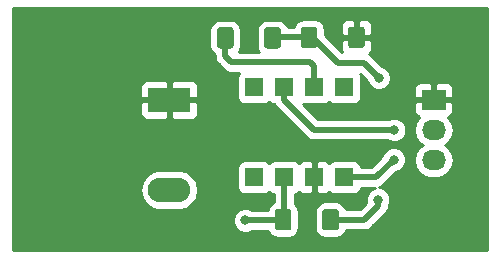
<source format=gtl>
%TF.GenerationSoftware,KiCad,Pcbnew,(5.0.0)*%
%TF.CreationDate,2018-10-04T12:31:17-06:00*%
%TF.ProjectId,Ejemplo,456A656D706C6F2E6B696361645F7063,1.0*%
%TF.SameCoordinates,Original*%
%TF.FileFunction,Copper,L1,Top,Signal*%
%TF.FilePolarity,Positive*%
%FSLAX46Y46*%
G04 Gerber Fmt 4.6, Leading zero omitted, Abs format (unit mm)*
G04 Created by KiCad (PCBNEW (5.0.0)) date 10/04/18 12:31:17*
%MOMM*%
%LPD*%
G01*
G04 APERTURE LIST*
%ADD10R,3.600000X2.100000*%
%ADD11O,3.600000X2.100000*%
%ADD12R,2.030000X1.730000*%
%ADD13O,2.030000X1.730000*%
%ADD14C,0.100000*%
%ADD15C,1.400000*%
%ADD16R,1.600000X1.600000*%
%ADD17C,0.800000*%
%ADD18C,0.500000*%
%ADD19C,0.254000*%
G04 APERTURE END LIST*
D10*
X116900000Y-92150000D03*
D11*
X116900000Y-99770000D03*
D12*
X139300000Y-92150000D03*
D13*
X139300000Y-94690000D03*
X139300000Y-97230000D03*
D14*
G36*
X131024505Y-101401204D02*
X131048773Y-101404804D01*
X131072572Y-101410765D01*
X131095671Y-101419030D01*
X131117850Y-101429520D01*
X131138893Y-101442132D01*
X131158599Y-101456747D01*
X131176777Y-101473223D01*
X131193253Y-101491401D01*
X131207868Y-101511107D01*
X131220480Y-101532150D01*
X131230970Y-101554329D01*
X131239235Y-101577428D01*
X131245196Y-101601227D01*
X131248796Y-101625495D01*
X131250000Y-101649999D01*
X131250000Y-102950001D01*
X131248796Y-102974505D01*
X131245196Y-102998773D01*
X131239235Y-103022572D01*
X131230970Y-103045671D01*
X131220480Y-103067850D01*
X131207868Y-103088893D01*
X131193253Y-103108599D01*
X131176777Y-103126777D01*
X131158599Y-103143253D01*
X131138893Y-103157868D01*
X131117850Y-103170480D01*
X131095671Y-103180970D01*
X131072572Y-103189235D01*
X131048773Y-103195196D01*
X131024505Y-103198796D01*
X131000001Y-103200000D01*
X130099999Y-103200000D01*
X130075495Y-103198796D01*
X130051227Y-103195196D01*
X130027428Y-103189235D01*
X130004329Y-103180970D01*
X129982150Y-103170480D01*
X129961107Y-103157868D01*
X129941401Y-103143253D01*
X129923223Y-103126777D01*
X129906747Y-103108599D01*
X129892132Y-103088893D01*
X129879520Y-103067850D01*
X129869030Y-103045671D01*
X129860765Y-103022572D01*
X129854804Y-102998773D01*
X129851204Y-102974505D01*
X129850000Y-102950001D01*
X129850000Y-101649999D01*
X129851204Y-101625495D01*
X129854804Y-101601227D01*
X129860765Y-101577428D01*
X129869030Y-101554329D01*
X129879520Y-101532150D01*
X129892132Y-101511107D01*
X129906747Y-101491401D01*
X129923223Y-101473223D01*
X129941401Y-101456747D01*
X129961107Y-101442132D01*
X129982150Y-101429520D01*
X130004329Y-101419030D01*
X130027428Y-101410765D01*
X130051227Y-101404804D01*
X130075495Y-101401204D01*
X130099999Y-101400000D01*
X131000001Y-101400000D01*
X131024505Y-101401204D01*
X131024505Y-101401204D01*
G37*
D15*
X130550000Y-102300000D03*
D14*
G36*
X127024505Y-101401204D02*
X127048773Y-101404804D01*
X127072572Y-101410765D01*
X127095671Y-101419030D01*
X127117850Y-101429520D01*
X127138893Y-101442132D01*
X127158599Y-101456747D01*
X127176777Y-101473223D01*
X127193253Y-101491401D01*
X127207868Y-101511107D01*
X127220480Y-101532150D01*
X127230970Y-101554329D01*
X127239235Y-101577428D01*
X127245196Y-101601227D01*
X127248796Y-101625495D01*
X127250000Y-101649999D01*
X127250000Y-102950001D01*
X127248796Y-102974505D01*
X127245196Y-102998773D01*
X127239235Y-103022572D01*
X127230970Y-103045671D01*
X127220480Y-103067850D01*
X127207868Y-103088893D01*
X127193253Y-103108599D01*
X127176777Y-103126777D01*
X127158599Y-103143253D01*
X127138893Y-103157868D01*
X127117850Y-103170480D01*
X127095671Y-103180970D01*
X127072572Y-103189235D01*
X127048773Y-103195196D01*
X127024505Y-103198796D01*
X127000001Y-103200000D01*
X126099999Y-103200000D01*
X126075495Y-103198796D01*
X126051227Y-103195196D01*
X126027428Y-103189235D01*
X126004329Y-103180970D01*
X125982150Y-103170480D01*
X125961107Y-103157868D01*
X125941401Y-103143253D01*
X125923223Y-103126777D01*
X125906747Y-103108599D01*
X125892132Y-103088893D01*
X125879520Y-103067850D01*
X125869030Y-103045671D01*
X125860765Y-103022572D01*
X125854804Y-102998773D01*
X125851204Y-102974505D01*
X125850000Y-102950001D01*
X125850000Y-101649999D01*
X125851204Y-101625495D01*
X125854804Y-101601227D01*
X125860765Y-101577428D01*
X125869030Y-101554329D01*
X125879520Y-101532150D01*
X125892132Y-101511107D01*
X125906747Y-101491401D01*
X125923223Y-101473223D01*
X125941401Y-101456747D01*
X125961107Y-101442132D01*
X125982150Y-101429520D01*
X126004329Y-101419030D01*
X126027428Y-101410765D01*
X126051227Y-101404804D01*
X126075495Y-101401204D01*
X126099999Y-101400000D01*
X127000001Y-101400000D01*
X127024505Y-101401204D01*
X127024505Y-101401204D01*
G37*
D15*
X126550000Y-102300000D03*
D14*
G36*
X122124505Y-86001204D02*
X122148773Y-86004804D01*
X122172572Y-86010765D01*
X122195671Y-86019030D01*
X122217850Y-86029520D01*
X122238893Y-86042132D01*
X122258599Y-86056747D01*
X122276777Y-86073223D01*
X122293253Y-86091401D01*
X122307868Y-86111107D01*
X122320480Y-86132150D01*
X122330970Y-86154329D01*
X122339235Y-86177428D01*
X122345196Y-86201227D01*
X122348796Y-86225495D01*
X122350000Y-86249999D01*
X122350000Y-87550001D01*
X122348796Y-87574505D01*
X122345196Y-87598773D01*
X122339235Y-87622572D01*
X122330970Y-87645671D01*
X122320480Y-87667850D01*
X122307868Y-87688893D01*
X122293253Y-87708599D01*
X122276777Y-87726777D01*
X122258599Y-87743253D01*
X122238893Y-87757868D01*
X122217850Y-87770480D01*
X122195671Y-87780970D01*
X122172572Y-87789235D01*
X122148773Y-87795196D01*
X122124505Y-87798796D01*
X122100001Y-87800000D01*
X121199999Y-87800000D01*
X121175495Y-87798796D01*
X121151227Y-87795196D01*
X121127428Y-87789235D01*
X121104329Y-87780970D01*
X121082150Y-87770480D01*
X121061107Y-87757868D01*
X121041401Y-87743253D01*
X121023223Y-87726777D01*
X121006747Y-87708599D01*
X120992132Y-87688893D01*
X120979520Y-87667850D01*
X120969030Y-87645671D01*
X120960765Y-87622572D01*
X120954804Y-87598773D01*
X120951204Y-87574505D01*
X120950000Y-87550001D01*
X120950000Y-86249999D01*
X120951204Y-86225495D01*
X120954804Y-86201227D01*
X120960765Y-86177428D01*
X120969030Y-86154329D01*
X120979520Y-86132150D01*
X120992132Y-86111107D01*
X121006747Y-86091401D01*
X121023223Y-86073223D01*
X121041401Y-86056747D01*
X121061107Y-86042132D01*
X121082150Y-86029520D01*
X121104329Y-86019030D01*
X121127428Y-86010765D01*
X121151227Y-86004804D01*
X121175495Y-86001204D01*
X121199999Y-86000000D01*
X122100001Y-86000000D01*
X122124505Y-86001204D01*
X122124505Y-86001204D01*
G37*
D15*
X121650000Y-86900000D03*
D14*
G36*
X126124505Y-86001204D02*
X126148773Y-86004804D01*
X126172572Y-86010765D01*
X126195671Y-86019030D01*
X126217850Y-86029520D01*
X126238893Y-86042132D01*
X126258599Y-86056747D01*
X126276777Y-86073223D01*
X126293253Y-86091401D01*
X126307868Y-86111107D01*
X126320480Y-86132150D01*
X126330970Y-86154329D01*
X126339235Y-86177428D01*
X126345196Y-86201227D01*
X126348796Y-86225495D01*
X126350000Y-86249999D01*
X126350000Y-87550001D01*
X126348796Y-87574505D01*
X126345196Y-87598773D01*
X126339235Y-87622572D01*
X126330970Y-87645671D01*
X126320480Y-87667850D01*
X126307868Y-87688893D01*
X126293253Y-87708599D01*
X126276777Y-87726777D01*
X126258599Y-87743253D01*
X126238893Y-87757868D01*
X126217850Y-87770480D01*
X126195671Y-87780970D01*
X126172572Y-87789235D01*
X126148773Y-87795196D01*
X126124505Y-87798796D01*
X126100001Y-87800000D01*
X125199999Y-87800000D01*
X125175495Y-87798796D01*
X125151227Y-87795196D01*
X125127428Y-87789235D01*
X125104329Y-87780970D01*
X125082150Y-87770480D01*
X125061107Y-87757868D01*
X125041401Y-87743253D01*
X125023223Y-87726777D01*
X125006747Y-87708599D01*
X124992132Y-87688893D01*
X124979520Y-87667850D01*
X124969030Y-87645671D01*
X124960765Y-87622572D01*
X124954804Y-87598773D01*
X124951204Y-87574505D01*
X124950000Y-87550001D01*
X124950000Y-86249999D01*
X124951204Y-86225495D01*
X124954804Y-86201227D01*
X124960765Y-86177428D01*
X124969030Y-86154329D01*
X124979520Y-86132150D01*
X124992132Y-86111107D01*
X125006747Y-86091401D01*
X125023223Y-86073223D01*
X125041401Y-86056747D01*
X125061107Y-86042132D01*
X125082150Y-86029520D01*
X125104329Y-86019030D01*
X125127428Y-86010765D01*
X125151227Y-86004804D01*
X125175495Y-86001204D01*
X125199999Y-86000000D01*
X126100001Y-86000000D01*
X126124505Y-86001204D01*
X126124505Y-86001204D01*
G37*
D15*
X125650000Y-86900000D03*
D14*
G36*
X133224505Y-85951204D02*
X133248773Y-85954804D01*
X133272572Y-85960765D01*
X133295671Y-85969030D01*
X133317850Y-85979520D01*
X133338893Y-85992132D01*
X133358599Y-86006747D01*
X133376777Y-86023223D01*
X133393253Y-86041401D01*
X133407868Y-86061107D01*
X133420480Y-86082150D01*
X133430970Y-86104329D01*
X133439235Y-86127428D01*
X133445196Y-86151227D01*
X133448796Y-86175495D01*
X133450000Y-86199999D01*
X133450000Y-87500001D01*
X133448796Y-87524505D01*
X133445196Y-87548773D01*
X133439235Y-87572572D01*
X133430970Y-87595671D01*
X133420480Y-87617850D01*
X133407868Y-87638893D01*
X133393253Y-87658599D01*
X133376777Y-87676777D01*
X133358599Y-87693253D01*
X133338893Y-87707868D01*
X133317850Y-87720480D01*
X133295671Y-87730970D01*
X133272572Y-87739235D01*
X133248773Y-87745196D01*
X133224505Y-87748796D01*
X133200001Y-87750000D01*
X132299999Y-87750000D01*
X132275495Y-87748796D01*
X132251227Y-87745196D01*
X132227428Y-87739235D01*
X132204329Y-87730970D01*
X132182150Y-87720480D01*
X132161107Y-87707868D01*
X132141401Y-87693253D01*
X132123223Y-87676777D01*
X132106747Y-87658599D01*
X132092132Y-87638893D01*
X132079520Y-87617850D01*
X132069030Y-87595671D01*
X132060765Y-87572572D01*
X132054804Y-87548773D01*
X132051204Y-87524505D01*
X132050000Y-87500001D01*
X132050000Y-86199999D01*
X132051204Y-86175495D01*
X132054804Y-86151227D01*
X132060765Y-86127428D01*
X132069030Y-86104329D01*
X132079520Y-86082150D01*
X132092132Y-86061107D01*
X132106747Y-86041401D01*
X132123223Y-86023223D01*
X132141401Y-86006747D01*
X132161107Y-85992132D01*
X132182150Y-85979520D01*
X132204329Y-85969030D01*
X132227428Y-85960765D01*
X132251227Y-85954804D01*
X132275495Y-85951204D01*
X132299999Y-85950000D01*
X133200001Y-85950000D01*
X133224505Y-85951204D01*
X133224505Y-85951204D01*
G37*
D15*
X132750000Y-86850000D03*
D14*
G36*
X129224505Y-85951204D02*
X129248773Y-85954804D01*
X129272572Y-85960765D01*
X129295671Y-85969030D01*
X129317850Y-85979520D01*
X129338893Y-85992132D01*
X129358599Y-86006747D01*
X129376777Y-86023223D01*
X129393253Y-86041401D01*
X129407868Y-86061107D01*
X129420480Y-86082150D01*
X129430970Y-86104329D01*
X129439235Y-86127428D01*
X129445196Y-86151227D01*
X129448796Y-86175495D01*
X129450000Y-86199999D01*
X129450000Y-87500001D01*
X129448796Y-87524505D01*
X129445196Y-87548773D01*
X129439235Y-87572572D01*
X129430970Y-87595671D01*
X129420480Y-87617850D01*
X129407868Y-87638893D01*
X129393253Y-87658599D01*
X129376777Y-87676777D01*
X129358599Y-87693253D01*
X129338893Y-87707868D01*
X129317850Y-87720480D01*
X129295671Y-87730970D01*
X129272572Y-87739235D01*
X129248773Y-87745196D01*
X129224505Y-87748796D01*
X129200001Y-87750000D01*
X128299999Y-87750000D01*
X128275495Y-87748796D01*
X128251227Y-87745196D01*
X128227428Y-87739235D01*
X128204329Y-87730970D01*
X128182150Y-87720480D01*
X128161107Y-87707868D01*
X128141401Y-87693253D01*
X128123223Y-87676777D01*
X128106747Y-87658599D01*
X128092132Y-87638893D01*
X128079520Y-87617850D01*
X128069030Y-87595671D01*
X128060765Y-87572572D01*
X128054804Y-87548773D01*
X128051204Y-87524505D01*
X128050000Y-87500001D01*
X128050000Y-86199999D01*
X128051204Y-86175495D01*
X128054804Y-86151227D01*
X128060765Y-86127428D01*
X128069030Y-86104329D01*
X128079520Y-86082150D01*
X128092132Y-86061107D01*
X128106747Y-86041401D01*
X128123223Y-86023223D01*
X128141401Y-86006747D01*
X128161107Y-85992132D01*
X128182150Y-85979520D01*
X128204329Y-85969030D01*
X128227428Y-85960765D01*
X128251227Y-85954804D01*
X128275495Y-85951204D01*
X128299999Y-85950000D01*
X129200001Y-85950000D01*
X129224505Y-85951204D01*
X129224505Y-85951204D01*
G37*
D15*
X128750000Y-86850000D03*
D16*
X124090000Y-98710000D03*
X131710000Y-91090000D03*
X126630000Y-98710000D03*
X129170000Y-91090000D03*
X129170000Y-98710000D03*
X126630000Y-91090000D03*
X131710000Y-98710000D03*
X124090000Y-91090000D03*
D17*
X123350000Y-102350000D03*
X135950000Y-94700000D03*
X135900000Y-97200000D03*
X134600000Y-100600000D03*
X134650000Y-90300000D03*
D18*
X126630000Y-102220000D02*
X126550000Y-102300000D01*
X126630000Y-98710000D02*
X126630000Y-102220000D01*
X126500000Y-102350000D02*
X126550000Y-102300000D01*
X123350000Y-102350000D02*
X126500000Y-102350000D01*
X126630000Y-91090000D02*
X126630000Y-92180000D01*
X126630000Y-92180000D02*
X129140000Y-94690000D01*
X135940000Y-94690000D02*
X129140000Y-94690000D01*
X135950000Y-94700000D02*
X135940000Y-94690000D01*
X134390000Y-98710000D02*
X131710000Y-98710000D01*
X135900000Y-97200000D02*
X134390000Y-98710000D01*
X125700000Y-86850000D02*
X125650000Y-86900000D01*
X128750000Y-86850000D02*
X125700000Y-86850000D01*
X130550000Y-102300000D02*
X133400000Y-102300000D01*
X133400000Y-102300000D02*
X134600000Y-101100000D01*
X134600000Y-101100000D02*
X134600000Y-100600000D01*
X134650000Y-90300000D02*
X133350000Y-89000000D01*
X133350000Y-89000000D02*
X131150000Y-89000000D01*
X129000000Y-86850000D02*
X128750000Y-86850000D01*
X131150000Y-89000000D02*
X129000000Y-86850000D01*
X129170000Y-91090000D02*
X129170000Y-90220000D01*
X129170000Y-91090000D02*
X129170000Y-89270000D01*
X129170000Y-89270000D02*
X128850000Y-88950000D01*
X128850000Y-88950000D02*
X122150000Y-88950000D01*
X121650000Y-88450000D02*
X121650000Y-86900000D01*
X122150000Y-88950000D02*
X121650000Y-88450000D01*
D19*
G36*
X143840000Y-104890000D02*
X103710000Y-104890000D01*
X103710000Y-102144126D01*
X122315000Y-102144126D01*
X122315000Y-102555874D01*
X122472569Y-102936280D01*
X122763720Y-103227431D01*
X123144126Y-103385000D01*
X123555874Y-103385000D01*
X123918007Y-103235000D01*
X125259249Y-103235000D01*
X125270873Y-103293436D01*
X125465414Y-103584586D01*
X125756564Y-103779127D01*
X126099999Y-103847440D01*
X127000001Y-103847440D01*
X127343436Y-103779127D01*
X127634586Y-103584586D01*
X127829127Y-103293436D01*
X127897440Y-102950001D01*
X127897440Y-101649999D01*
X129202560Y-101649999D01*
X129202560Y-102950001D01*
X129270873Y-103293436D01*
X129465414Y-103584586D01*
X129756564Y-103779127D01*
X130099999Y-103847440D01*
X131000001Y-103847440D01*
X131343436Y-103779127D01*
X131634586Y-103584586D01*
X131829127Y-103293436D01*
X131850696Y-103185000D01*
X133312839Y-103185000D01*
X133400000Y-103202337D01*
X133487161Y-103185000D01*
X133487165Y-103185000D01*
X133745310Y-103133652D01*
X134038049Y-102938049D01*
X134087425Y-102864153D01*
X135164156Y-101787423D01*
X135238049Y-101738049D01*
X135288897Y-101661951D01*
X135433651Y-101445311D01*
X135433652Y-101445310D01*
X135485000Y-101187165D01*
X135485000Y-101187161D01*
X135492330Y-101150311D01*
X135635000Y-100805874D01*
X135635000Y-100394126D01*
X135477431Y-100013720D01*
X135186280Y-99722569D01*
X134805874Y-99565000D01*
X134627986Y-99565000D01*
X134735310Y-99543652D01*
X135028049Y-99348049D01*
X135077425Y-99274153D01*
X136124148Y-98227431D01*
X136486280Y-98077431D01*
X136777431Y-97786280D01*
X136935000Y-97405874D01*
X136935000Y-96994126D01*
X136777431Y-96613720D01*
X136486280Y-96322569D01*
X136105874Y-96165000D01*
X135694126Y-96165000D01*
X135313720Y-96322569D01*
X135022569Y-96613720D01*
X134872569Y-96975852D01*
X134023422Y-97825000D01*
X133140533Y-97825000D01*
X133108157Y-97662235D01*
X132967809Y-97452191D01*
X132757765Y-97311843D01*
X132510000Y-97262560D01*
X130910000Y-97262560D01*
X130662235Y-97311843D01*
X130452191Y-97452191D01*
X130435378Y-97477353D01*
X130329699Y-97371673D01*
X130096310Y-97275000D01*
X129455750Y-97275000D01*
X129297000Y-97433750D01*
X129297000Y-98583000D01*
X129317000Y-98583000D01*
X129317000Y-98837000D01*
X129297000Y-98837000D01*
X129297000Y-99986250D01*
X129455750Y-100145000D01*
X130096310Y-100145000D01*
X130329699Y-100048327D01*
X130435378Y-99942647D01*
X130452191Y-99967809D01*
X130662235Y-100108157D01*
X130910000Y-100157440D01*
X132510000Y-100157440D01*
X132757765Y-100108157D01*
X132967809Y-99967809D01*
X133108157Y-99757765D01*
X133140533Y-99595000D01*
X134302839Y-99595000D01*
X134315581Y-99597534D01*
X134013720Y-99722569D01*
X133722569Y-100013720D01*
X133565000Y-100394126D01*
X133565000Y-100805874D01*
X133587713Y-100860708D01*
X133033422Y-101415000D01*
X131850696Y-101415000D01*
X131829127Y-101306564D01*
X131634586Y-101015414D01*
X131343436Y-100820873D01*
X131000001Y-100752560D01*
X130099999Y-100752560D01*
X129756564Y-100820873D01*
X129465414Y-101015414D01*
X129270873Y-101306564D01*
X129202560Y-101649999D01*
X127897440Y-101649999D01*
X127829127Y-101306564D01*
X127634586Y-101015414D01*
X127515000Y-100935509D01*
X127515000Y-100140533D01*
X127677765Y-100108157D01*
X127887809Y-99967809D01*
X127904622Y-99942647D01*
X128010301Y-100048327D01*
X128243690Y-100145000D01*
X128884250Y-100145000D01*
X129043000Y-99986250D01*
X129043000Y-98837000D01*
X129023000Y-98837000D01*
X129023000Y-98583000D01*
X129043000Y-98583000D01*
X129043000Y-97433750D01*
X128884250Y-97275000D01*
X128243690Y-97275000D01*
X128010301Y-97371673D01*
X127904622Y-97477353D01*
X127887809Y-97452191D01*
X127677765Y-97311843D01*
X127430000Y-97262560D01*
X125830000Y-97262560D01*
X125582235Y-97311843D01*
X125372191Y-97452191D01*
X125360000Y-97470436D01*
X125347809Y-97452191D01*
X125137765Y-97311843D01*
X124890000Y-97262560D01*
X123290000Y-97262560D01*
X123042235Y-97311843D01*
X122832191Y-97452191D01*
X122691843Y-97662235D01*
X122642560Y-97910000D01*
X122642560Y-99510000D01*
X122691843Y-99757765D01*
X122832191Y-99967809D01*
X123042235Y-100108157D01*
X123290000Y-100157440D01*
X124890000Y-100157440D01*
X125137765Y-100108157D01*
X125347809Y-99967809D01*
X125360000Y-99949564D01*
X125372191Y-99967809D01*
X125582235Y-100108157D01*
X125745000Y-100140533D01*
X125745001Y-100828599D01*
X125465414Y-101015414D01*
X125270873Y-101306564D01*
X125239358Y-101465000D01*
X123918007Y-101465000D01*
X123555874Y-101315000D01*
X123144126Y-101315000D01*
X122763720Y-101472569D01*
X122472569Y-101763720D01*
X122315000Y-102144126D01*
X103710000Y-102144126D01*
X103710000Y-99770000D01*
X114431989Y-99770000D01*
X114562765Y-100427454D01*
X114935183Y-100984817D01*
X115492546Y-101357235D01*
X115984043Y-101455000D01*
X117815957Y-101455000D01*
X118307454Y-101357235D01*
X118864817Y-100984817D01*
X119237235Y-100427454D01*
X119368011Y-99770000D01*
X119237235Y-99112546D01*
X118864817Y-98555183D01*
X118307454Y-98182765D01*
X117815957Y-98085000D01*
X115984043Y-98085000D01*
X115492546Y-98182765D01*
X114935183Y-98555183D01*
X114562765Y-99112546D01*
X114431989Y-99770000D01*
X103710000Y-99770000D01*
X103710000Y-92435750D01*
X114465000Y-92435750D01*
X114465000Y-93326309D01*
X114561673Y-93559698D01*
X114740301Y-93738327D01*
X114973690Y-93835000D01*
X116614250Y-93835000D01*
X116773000Y-93676250D01*
X116773000Y-92277000D01*
X117027000Y-92277000D01*
X117027000Y-93676250D01*
X117185750Y-93835000D01*
X118826310Y-93835000D01*
X119059699Y-93738327D01*
X119238327Y-93559698D01*
X119335000Y-93326309D01*
X119335000Y-92435750D01*
X119176250Y-92277000D01*
X117027000Y-92277000D01*
X116773000Y-92277000D01*
X114623750Y-92277000D01*
X114465000Y-92435750D01*
X103710000Y-92435750D01*
X103710000Y-90973691D01*
X114465000Y-90973691D01*
X114465000Y-91864250D01*
X114623750Y-92023000D01*
X116773000Y-92023000D01*
X116773000Y-90623750D01*
X117027000Y-90623750D01*
X117027000Y-92023000D01*
X119176250Y-92023000D01*
X119335000Y-91864250D01*
X119335000Y-90973691D01*
X119238327Y-90740302D01*
X119059699Y-90561673D01*
X118826310Y-90465000D01*
X117185750Y-90465000D01*
X117027000Y-90623750D01*
X116773000Y-90623750D01*
X116614250Y-90465000D01*
X114973690Y-90465000D01*
X114740301Y-90561673D01*
X114561673Y-90740302D01*
X114465000Y-90973691D01*
X103710000Y-90973691D01*
X103710000Y-86249999D01*
X120302560Y-86249999D01*
X120302560Y-87550001D01*
X120370873Y-87893436D01*
X120565414Y-88184586D01*
X120765000Y-88317946D01*
X120765000Y-88362839D01*
X120747663Y-88450000D01*
X120765000Y-88537161D01*
X120765000Y-88537164D01*
X120816348Y-88795309D01*
X121011951Y-89088049D01*
X121085847Y-89137425D01*
X121462575Y-89514153D01*
X121511951Y-89588049D01*
X121804690Y-89783652D01*
X122062835Y-89835000D01*
X122062839Y-89835000D01*
X122150000Y-89852337D01*
X122237161Y-89835000D01*
X122830314Y-89835000D01*
X122691843Y-90042235D01*
X122642560Y-90290000D01*
X122642560Y-91890000D01*
X122691843Y-92137765D01*
X122832191Y-92347809D01*
X123042235Y-92488157D01*
X123290000Y-92537440D01*
X124890000Y-92537440D01*
X125137765Y-92488157D01*
X125347809Y-92347809D01*
X125360000Y-92329564D01*
X125372191Y-92347809D01*
X125582235Y-92488157D01*
X125800538Y-92531580D01*
X125942576Y-92744154D01*
X125942578Y-92744156D01*
X125991952Y-92818049D01*
X126065845Y-92867423D01*
X128452577Y-95254156D01*
X128501951Y-95328049D01*
X128575844Y-95377423D01*
X128575845Y-95377424D01*
X128590811Y-95387424D01*
X128794690Y-95523652D01*
X129052835Y-95575000D01*
X129052840Y-95575000D01*
X129139999Y-95592337D01*
X129227159Y-95575000D01*
X135361289Y-95575000D01*
X135363720Y-95577431D01*
X135744126Y-95735000D01*
X136155874Y-95735000D01*
X136536280Y-95577431D01*
X136827431Y-95286280D01*
X136985000Y-94905874D01*
X136985000Y-94690000D01*
X137620614Y-94690000D01*
X137737032Y-95275271D01*
X138068561Y-95771439D01*
X138350762Y-95960000D01*
X138068561Y-96148561D01*
X137737032Y-96644729D01*
X137620614Y-97230000D01*
X137737032Y-97815271D01*
X138068561Y-98311439D01*
X138564729Y-98642968D01*
X139002267Y-98730000D01*
X139597733Y-98730000D01*
X140035271Y-98642968D01*
X140531439Y-98311439D01*
X140862968Y-97815271D01*
X140979386Y-97230000D01*
X140862968Y-96644729D01*
X140531439Y-96148561D01*
X140249238Y-95960000D01*
X140531439Y-95771439D01*
X140862968Y-95275271D01*
X140979386Y-94690000D01*
X140862968Y-94104729D01*
X140533588Y-93611777D01*
X140674698Y-93553327D01*
X140853327Y-93374699D01*
X140950000Y-93141310D01*
X140950000Y-92435750D01*
X140791250Y-92277000D01*
X139427000Y-92277000D01*
X139427000Y-92297000D01*
X139173000Y-92297000D01*
X139173000Y-92277000D01*
X137808750Y-92277000D01*
X137650000Y-92435750D01*
X137650000Y-93141310D01*
X137746673Y-93374699D01*
X137925302Y-93553327D01*
X138066412Y-93611777D01*
X137737032Y-94104729D01*
X137620614Y-94690000D01*
X136985000Y-94690000D01*
X136985000Y-94494126D01*
X136827431Y-94113720D01*
X136536280Y-93822569D01*
X136155874Y-93665000D01*
X135744126Y-93665000D01*
X135406135Y-93805000D01*
X129506579Y-93805000D01*
X128206496Y-92504917D01*
X128370000Y-92537440D01*
X129970000Y-92537440D01*
X130217765Y-92488157D01*
X130427809Y-92347809D01*
X130440000Y-92329564D01*
X130452191Y-92347809D01*
X130662235Y-92488157D01*
X130910000Y-92537440D01*
X132510000Y-92537440D01*
X132757765Y-92488157D01*
X132967809Y-92347809D01*
X133108157Y-92137765D01*
X133157440Y-91890000D01*
X133157440Y-90290000D01*
X133108157Y-90042235D01*
X133042712Y-89944290D01*
X133622569Y-90524148D01*
X133772569Y-90886280D01*
X134063720Y-91177431D01*
X134444126Y-91335000D01*
X134855874Y-91335000D01*
X135236280Y-91177431D01*
X135255021Y-91158690D01*
X137650000Y-91158690D01*
X137650000Y-91864250D01*
X137808750Y-92023000D01*
X139173000Y-92023000D01*
X139173000Y-90808750D01*
X139427000Y-90808750D01*
X139427000Y-92023000D01*
X140791250Y-92023000D01*
X140950000Y-91864250D01*
X140950000Y-91158690D01*
X140853327Y-90925301D01*
X140674698Y-90746673D01*
X140441309Y-90650000D01*
X139585750Y-90650000D01*
X139427000Y-90808750D01*
X139173000Y-90808750D01*
X139014250Y-90650000D01*
X138158691Y-90650000D01*
X137925302Y-90746673D01*
X137746673Y-90925301D01*
X137650000Y-91158690D01*
X135255021Y-91158690D01*
X135527431Y-90886280D01*
X135685000Y-90505874D01*
X135685000Y-90094126D01*
X135527431Y-89713720D01*
X135236280Y-89422569D01*
X134874148Y-89272569D01*
X134037425Y-88435847D01*
X133988049Y-88361951D01*
X133837001Y-88261024D01*
X133988327Y-88109699D01*
X134085000Y-87876310D01*
X134085000Y-87135750D01*
X133926250Y-86977000D01*
X132877000Y-86977000D01*
X132877000Y-86997000D01*
X132623000Y-86997000D01*
X132623000Y-86977000D01*
X131573750Y-86977000D01*
X131415000Y-87135750D01*
X131415000Y-87876310D01*
X131511673Y-88109699D01*
X131516974Y-88115000D01*
X131516579Y-88115000D01*
X130097440Y-86695862D01*
X130097440Y-86199999D01*
X130029127Y-85856564D01*
X130007162Y-85823690D01*
X131415000Y-85823690D01*
X131415000Y-86564250D01*
X131573750Y-86723000D01*
X132623000Y-86723000D01*
X132623000Y-85473750D01*
X132877000Y-85473750D01*
X132877000Y-86723000D01*
X133926250Y-86723000D01*
X134085000Y-86564250D01*
X134085000Y-85823690D01*
X133988327Y-85590301D01*
X133809698Y-85411673D01*
X133576309Y-85315000D01*
X133035750Y-85315000D01*
X132877000Y-85473750D01*
X132623000Y-85473750D01*
X132464250Y-85315000D01*
X131923691Y-85315000D01*
X131690302Y-85411673D01*
X131511673Y-85590301D01*
X131415000Y-85823690D01*
X130007162Y-85823690D01*
X129834586Y-85565414D01*
X129543436Y-85370873D01*
X129200001Y-85302560D01*
X128299999Y-85302560D01*
X127956564Y-85370873D01*
X127665414Y-85565414D01*
X127470873Y-85856564D01*
X127449304Y-85965000D01*
X126940751Y-85965000D01*
X126929127Y-85906564D01*
X126734586Y-85615414D01*
X126443436Y-85420873D01*
X126100001Y-85352560D01*
X125199999Y-85352560D01*
X124856564Y-85420873D01*
X124565414Y-85615414D01*
X124370873Y-85906564D01*
X124302560Y-86249999D01*
X124302560Y-87550001D01*
X124370873Y-87893436D01*
X124485509Y-88065000D01*
X122814491Y-88065000D01*
X122929127Y-87893436D01*
X122997440Y-87550001D01*
X122997440Y-86249999D01*
X122929127Y-85906564D01*
X122734586Y-85615414D01*
X122443436Y-85420873D01*
X122100001Y-85352560D01*
X121199999Y-85352560D01*
X120856564Y-85420873D01*
X120565414Y-85615414D01*
X120370873Y-85906564D01*
X120302560Y-86249999D01*
X103710000Y-86249999D01*
X103710000Y-84360000D01*
X143840001Y-84360000D01*
X143840000Y-104890000D01*
X143840000Y-104890000D01*
G37*
X143840000Y-104890000D02*
X103710000Y-104890000D01*
X103710000Y-102144126D01*
X122315000Y-102144126D01*
X122315000Y-102555874D01*
X122472569Y-102936280D01*
X122763720Y-103227431D01*
X123144126Y-103385000D01*
X123555874Y-103385000D01*
X123918007Y-103235000D01*
X125259249Y-103235000D01*
X125270873Y-103293436D01*
X125465414Y-103584586D01*
X125756564Y-103779127D01*
X126099999Y-103847440D01*
X127000001Y-103847440D01*
X127343436Y-103779127D01*
X127634586Y-103584586D01*
X127829127Y-103293436D01*
X127897440Y-102950001D01*
X127897440Y-101649999D01*
X129202560Y-101649999D01*
X129202560Y-102950001D01*
X129270873Y-103293436D01*
X129465414Y-103584586D01*
X129756564Y-103779127D01*
X130099999Y-103847440D01*
X131000001Y-103847440D01*
X131343436Y-103779127D01*
X131634586Y-103584586D01*
X131829127Y-103293436D01*
X131850696Y-103185000D01*
X133312839Y-103185000D01*
X133400000Y-103202337D01*
X133487161Y-103185000D01*
X133487165Y-103185000D01*
X133745310Y-103133652D01*
X134038049Y-102938049D01*
X134087425Y-102864153D01*
X135164156Y-101787423D01*
X135238049Y-101738049D01*
X135288897Y-101661951D01*
X135433651Y-101445311D01*
X135433652Y-101445310D01*
X135485000Y-101187165D01*
X135485000Y-101187161D01*
X135492330Y-101150311D01*
X135635000Y-100805874D01*
X135635000Y-100394126D01*
X135477431Y-100013720D01*
X135186280Y-99722569D01*
X134805874Y-99565000D01*
X134627986Y-99565000D01*
X134735310Y-99543652D01*
X135028049Y-99348049D01*
X135077425Y-99274153D01*
X136124148Y-98227431D01*
X136486280Y-98077431D01*
X136777431Y-97786280D01*
X136935000Y-97405874D01*
X136935000Y-96994126D01*
X136777431Y-96613720D01*
X136486280Y-96322569D01*
X136105874Y-96165000D01*
X135694126Y-96165000D01*
X135313720Y-96322569D01*
X135022569Y-96613720D01*
X134872569Y-96975852D01*
X134023422Y-97825000D01*
X133140533Y-97825000D01*
X133108157Y-97662235D01*
X132967809Y-97452191D01*
X132757765Y-97311843D01*
X132510000Y-97262560D01*
X130910000Y-97262560D01*
X130662235Y-97311843D01*
X130452191Y-97452191D01*
X130435378Y-97477353D01*
X130329699Y-97371673D01*
X130096310Y-97275000D01*
X129455750Y-97275000D01*
X129297000Y-97433750D01*
X129297000Y-98583000D01*
X129317000Y-98583000D01*
X129317000Y-98837000D01*
X129297000Y-98837000D01*
X129297000Y-99986250D01*
X129455750Y-100145000D01*
X130096310Y-100145000D01*
X130329699Y-100048327D01*
X130435378Y-99942647D01*
X130452191Y-99967809D01*
X130662235Y-100108157D01*
X130910000Y-100157440D01*
X132510000Y-100157440D01*
X132757765Y-100108157D01*
X132967809Y-99967809D01*
X133108157Y-99757765D01*
X133140533Y-99595000D01*
X134302839Y-99595000D01*
X134315581Y-99597534D01*
X134013720Y-99722569D01*
X133722569Y-100013720D01*
X133565000Y-100394126D01*
X133565000Y-100805874D01*
X133587713Y-100860708D01*
X133033422Y-101415000D01*
X131850696Y-101415000D01*
X131829127Y-101306564D01*
X131634586Y-101015414D01*
X131343436Y-100820873D01*
X131000001Y-100752560D01*
X130099999Y-100752560D01*
X129756564Y-100820873D01*
X129465414Y-101015414D01*
X129270873Y-101306564D01*
X129202560Y-101649999D01*
X127897440Y-101649999D01*
X127829127Y-101306564D01*
X127634586Y-101015414D01*
X127515000Y-100935509D01*
X127515000Y-100140533D01*
X127677765Y-100108157D01*
X127887809Y-99967809D01*
X127904622Y-99942647D01*
X128010301Y-100048327D01*
X128243690Y-100145000D01*
X128884250Y-100145000D01*
X129043000Y-99986250D01*
X129043000Y-98837000D01*
X129023000Y-98837000D01*
X129023000Y-98583000D01*
X129043000Y-98583000D01*
X129043000Y-97433750D01*
X128884250Y-97275000D01*
X128243690Y-97275000D01*
X128010301Y-97371673D01*
X127904622Y-97477353D01*
X127887809Y-97452191D01*
X127677765Y-97311843D01*
X127430000Y-97262560D01*
X125830000Y-97262560D01*
X125582235Y-97311843D01*
X125372191Y-97452191D01*
X125360000Y-97470436D01*
X125347809Y-97452191D01*
X125137765Y-97311843D01*
X124890000Y-97262560D01*
X123290000Y-97262560D01*
X123042235Y-97311843D01*
X122832191Y-97452191D01*
X122691843Y-97662235D01*
X122642560Y-97910000D01*
X122642560Y-99510000D01*
X122691843Y-99757765D01*
X122832191Y-99967809D01*
X123042235Y-100108157D01*
X123290000Y-100157440D01*
X124890000Y-100157440D01*
X125137765Y-100108157D01*
X125347809Y-99967809D01*
X125360000Y-99949564D01*
X125372191Y-99967809D01*
X125582235Y-100108157D01*
X125745000Y-100140533D01*
X125745001Y-100828599D01*
X125465414Y-101015414D01*
X125270873Y-101306564D01*
X125239358Y-101465000D01*
X123918007Y-101465000D01*
X123555874Y-101315000D01*
X123144126Y-101315000D01*
X122763720Y-101472569D01*
X122472569Y-101763720D01*
X122315000Y-102144126D01*
X103710000Y-102144126D01*
X103710000Y-99770000D01*
X114431989Y-99770000D01*
X114562765Y-100427454D01*
X114935183Y-100984817D01*
X115492546Y-101357235D01*
X115984043Y-101455000D01*
X117815957Y-101455000D01*
X118307454Y-101357235D01*
X118864817Y-100984817D01*
X119237235Y-100427454D01*
X119368011Y-99770000D01*
X119237235Y-99112546D01*
X118864817Y-98555183D01*
X118307454Y-98182765D01*
X117815957Y-98085000D01*
X115984043Y-98085000D01*
X115492546Y-98182765D01*
X114935183Y-98555183D01*
X114562765Y-99112546D01*
X114431989Y-99770000D01*
X103710000Y-99770000D01*
X103710000Y-92435750D01*
X114465000Y-92435750D01*
X114465000Y-93326309D01*
X114561673Y-93559698D01*
X114740301Y-93738327D01*
X114973690Y-93835000D01*
X116614250Y-93835000D01*
X116773000Y-93676250D01*
X116773000Y-92277000D01*
X117027000Y-92277000D01*
X117027000Y-93676250D01*
X117185750Y-93835000D01*
X118826310Y-93835000D01*
X119059699Y-93738327D01*
X119238327Y-93559698D01*
X119335000Y-93326309D01*
X119335000Y-92435750D01*
X119176250Y-92277000D01*
X117027000Y-92277000D01*
X116773000Y-92277000D01*
X114623750Y-92277000D01*
X114465000Y-92435750D01*
X103710000Y-92435750D01*
X103710000Y-90973691D01*
X114465000Y-90973691D01*
X114465000Y-91864250D01*
X114623750Y-92023000D01*
X116773000Y-92023000D01*
X116773000Y-90623750D01*
X117027000Y-90623750D01*
X117027000Y-92023000D01*
X119176250Y-92023000D01*
X119335000Y-91864250D01*
X119335000Y-90973691D01*
X119238327Y-90740302D01*
X119059699Y-90561673D01*
X118826310Y-90465000D01*
X117185750Y-90465000D01*
X117027000Y-90623750D01*
X116773000Y-90623750D01*
X116614250Y-90465000D01*
X114973690Y-90465000D01*
X114740301Y-90561673D01*
X114561673Y-90740302D01*
X114465000Y-90973691D01*
X103710000Y-90973691D01*
X103710000Y-86249999D01*
X120302560Y-86249999D01*
X120302560Y-87550001D01*
X120370873Y-87893436D01*
X120565414Y-88184586D01*
X120765000Y-88317946D01*
X120765000Y-88362839D01*
X120747663Y-88450000D01*
X120765000Y-88537161D01*
X120765000Y-88537164D01*
X120816348Y-88795309D01*
X121011951Y-89088049D01*
X121085847Y-89137425D01*
X121462575Y-89514153D01*
X121511951Y-89588049D01*
X121804690Y-89783652D01*
X122062835Y-89835000D01*
X122062839Y-89835000D01*
X122150000Y-89852337D01*
X122237161Y-89835000D01*
X122830314Y-89835000D01*
X122691843Y-90042235D01*
X122642560Y-90290000D01*
X122642560Y-91890000D01*
X122691843Y-92137765D01*
X122832191Y-92347809D01*
X123042235Y-92488157D01*
X123290000Y-92537440D01*
X124890000Y-92537440D01*
X125137765Y-92488157D01*
X125347809Y-92347809D01*
X125360000Y-92329564D01*
X125372191Y-92347809D01*
X125582235Y-92488157D01*
X125800538Y-92531580D01*
X125942576Y-92744154D01*
X125942578Y-92744156D01*
X125991952Y-92818049D01*
X126065845Y-92867423D01*
X128452577Y-95254156D01*
X128501951Y-95328049D01*
X128575844Y-95377423D01*
X128575845Y-95377424D01*
X128590811Y-95387424D01*
X128794690Y-95523652D01*
X129052835Y-95575000D01*
X129052840Y-95575000D01*
X129139999Y-95592337D01*
X129227159Y-95575000D01*
X135361289Y-95575000D01*
X135363720Y-95577431D01*
X135744126Y-95735000D01*
X136155874Y-95735000D01*
X136536280Y-95577431D01*
X136827431Y-95286280D01*
X136985000Y-94905874D01*
X136985000Y-94690000D01*
X137620614Y-94690000D01*
X137737032Y-95275271D01*
X138068561Y-95771439D01*
X138350762Y-95960000D01*
X138068561Y-96148561D01*
X137737032Y-96644729D01*
X137620614Y-97230000D01*
X137737032Y-97815271D01*
X138068561Y-98311439D01*
X138564729Y-98642968D01*
X139002267Y-98730000D01*
X139597733Y-98730000D01*
X140035271Y-98642968D01*
X140531439Y-98311439D01*
X140862968Y-97815271D01*
X140979386Y-97230000D01*
X140862968Y-96644729D01*
X140531439Y-96148561D01*
X140249238Y-95960000D01*
X140531439Y-95771439D01*
X140862968Y-95275271D01*
X140979386Y-94690000D01*
X140862968Y-94104729D01*
X140533588Y-93611777D01*
X140674698Y-93553327D01*
X140853327Y-93374699D01*
X140950000Y-93141310D01*
X140950000Y-92435750D01*
X140791250Y-92277000D01*
X139427000Y-92277000D01*
X139427000Y-92297000D01*
X139173000Y-92297000D01*
X139173000Y-92277000D01*
X137808750Y-92277000D01*
X137650000Y-92435750D01*
X137650000Y-93141310D01*
X137746673Y-93374699D01*
X137925302Y-93553327D01*
X138066412Y-93611777D01*
X137737032Y-94104729D01*
X137620614Y-94690000D01*
X136985000Y-94690000D01*
X136985000Y-94494126D01*
X136827431Y-94113720D01*
X136536280Y-93822569D01*
X136155874Y-93665000D01*
X135744126Y-93665000D01*
X135406135Y-93805000D01*
X129506579Y-93805000D01*
X128206496Y-92504917D01*
X128370000Y-92537440D01*
X129970000Y-92537440D01*
X130217765Y-92488157D01*
X130427809Y-92347809D01*
X130440000Y-92329564D01*
X130452191Y-92347809D01*
X130662235Y-92488157D01*
X130910000Y-92537440D01*
X132510000Y-92537440D01*
X132757765Y-92488157D01*
X132967809Y-92347809D01*
X133108157Y-92137765D01*
X133157440Y-91890000D01*
X133157440Y-90290000D01*
X133108157Y-90042235D01*
X133042712Y-89944290D01*
X133622569Y-90524148D01*
X133772569Y-90886280D01*
X134063720Y-91177431D01*
X134444126Y-91335000D01*
X134855874Y-91335000D01*
X135236280Y-91177431D01*
X135255021Y-91158690D01*
X137650000Y-91158690D01*
X137650000Y-91864250D01*
X137808750Y-92023000D01*
X139173000Y-92023000D01*
X139173000Y-90808750D01*
X139427000Y-90808750D01*
X139427000Y-92023000D01*
X140791250Y-92023000D01*
X140950000Y-91864250D01*
X140950000Y-91158690D01*
X140853327Y-90925301D01*
X140674698Y-90746673D01*
X140441309Y-90650000D01*
X139585750Y-90650000D01*
X139427000Y-90808750D01*
X139173000Y-90808750D01*
X139014250Y-90650000D01*
X138158691Y-90650000D01*
X137925302Y-90746673D01*
X137746673Y-90925301D01*
X137650000Y-91158690D01*
X135255021Y-91158690D01*
X135527431Y-90886280D01*
X135685000Y-90505874D01*
X135685000Y-90094126D01*
X135527431Y-89713720D01*
X135236280Y-89422569D01*
X134874148Y-89272569D01*
X134037425Y-88435847D01*
X133988049Y-88361951D01*
X133837001Y-88261024D01*
X133988327Y-88109699D01*
X134085000Y-87876310D01*
X134085000Y-87135750D01*
X133926250Y-86977000D01*
X132877000Y-86977000D01*
X132877000Y-86997000D01*
X132623000Y-86997000D01*
X132623000Y-86977000D01*
X131573750Y-86977000D01*
X131415000Y-87135750D01*
X131415000Y-87876310D01*
X131511673Y-88109699D01*
X131516974Y-88115000D01*
X131516579Y-88115000D01*
X130097440Y-86695862D01*
X130097440Y-86199999D01*
X130029127Y-85856564D01*
X130007162Y-85823690D01*
X131415000Y-85823690D01*
X131415000Y-86564250D01*
X131573750Y-86723000D01*
X132623000Y-86723000D01*
X132623000Y-85473750D01*
X132877000Y-85473750D01*
X132877000Y-86723000D01*
X133926250Y-86723000D01*
X134085000Y-86564250D01*
X134085000Y-85823690D01*
X133988327Y-85590301D01*
X133809698Y-85411673D01*
X133576309Y-85315000D01*
X133035750Y-85315000D01*
X132877000Y-85473750D01*
X132623000Y-85473750D01*
X132464250Y-85315000D01*
X131923691Y-85315000D01*
X131690302Y-85411673D01*
X131511673Y-85590301D01*
X131415000Y-85823690D01*
X130007162Y-85823690D01*
X129834586Y-85565414D01*
X129543436Y-85370873D01*
X129200001Y-85302560D01*
X128299999Y-85302560D01*
X127956564Y-85370873D01*
X127665414Y-85565414D01*
X127470873Y-85856564D01*
X127449304Y-85965000D01*
X126940751Y-85965000D01*
X126929127Y-85906564D01*
X126734586Y-85615414D01*
X126443436Y-85420873D01*
X126100001Y-85352560D01*
X125199999Y-85352560D01*
X124856564Y-85420873D01*
X124565414Y-85615414D01*
X124370873Y-85906564D01*
X124302560Y-86249999D01*
X124302560Y-87550001D01*
X124370873Y-87893436D01*
X124485509Y-88065000D01*
X122814491Y-88065000D01*
X122929127Y-87893436D01*
X122997440Y-87550001D01*
X122997440Y-86249999D01*
X122929127Y-85906564D01*
X122734586Y-85615414D01*
X122443436Y-85420873D01*
X122100001Y-85352560D01*
X121199999Y-85352560D01*
X120856564Y-85420873D01*
X120565414Y-85615414D01*
X120370873Y-85906564D01*
X120302560Y-86249999D01*
X103710000Y-86249999D01*
X103710000Y-84360000D01*
X143840001Y-84360000D01*
X143840000Y-104890000D01*
M02*

</source>
